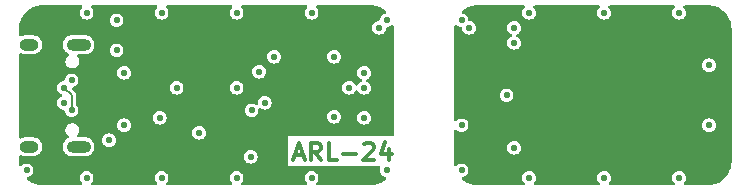
<source format=gbr>
%TF.GenerationSoftware,KiCad,Pcbnew,8.0.4+dfsg-1*%
%TF.CreationDate,2024-12-02T22:27:05+01:00*%
%TF.ProjectId,usb-serial,7573622d-7365-4726-9961-6c2e6b696361,rev?*%
%TF.SameCoordinates,Original*%
%TF.FileFunction,Copper,L2,Inr*%
%TF.FilePolarity,Positive*%
%FSLAX46Y46*%
G04 Gerber Fmt 4.6, Leading zero omitted, Abs format (unit mm)*
G04 Created by KiCad (PCBNEW 8.0.4+dfsg-1) date 2024-12-02 22:27:05*
%MOMM*%
%LPD*%
G01*
G04 APERTURE LIST*
%ADD10C,0.300000*%
%TA.AperFunction,NonConductor*%
%ADD11C,0.300000*%
%TD*%
%TA.AperFunction,ComponentPad*%
%ADD12O,2.100000X1.000000*%
%TD*%
%TA.AperFunction,ComponentPad*%
%ADD13O,1.600000X1.000000*%
%TD*%
%TA.AperFunction,ViaPad*%
%ADD14C,0.560000*%
%TD*%
%TA.AperFunction,Conductor*%
%ADD15C,0.200000*%
%TD*%
G04 APERTURE END LIST*
D10*
D11*
X23978082Y-26042257D02*
X24692368Y-26042257D01*
X23835225Y-26470828D02*
X24335225Y-24970828D01*
X24335225Y-24970828D02*
X24835225Y-26470828D01*
X26192367Y-26470828D02*
X25692367Y-25756542D01*
X25335224Y-26470828D02*
X25335224Y-24970828D01*
X25335224Y-24970828D02*
X25906653Y-24970828D01*
X25906653Y-24970828D02*
X26049510Y-25042257D01*
X26049510Y-25042257D02*
X26120939Y-25113685D01*
X26120939Y-25113685D02*
X26192367Y-25256542D01*
X26192367Y-25256542D02*
X26192367Y-25470828D01*
X26192367Y-25470828D02*
X26120939Y-25613685D01*
X26120939Y-25613685D02*
X26049510Y-25685114D01*
X26049510Y-25685114D02*
X25906653Y-25756542D01*
X25906653Y-25756542D02*
X25335224Y-25756542D01*
X27549510Y-26470828D02*
X26835224Y-26470828D01*
X26835224Y-26470828D02*
X26835224Y-24970828D01*
X28049510Y-25899400D02*
X29192368Y-25899400D01*
X29835225Y-25113685D02*
X29906653Y-25042257D01*
X29906653Y-25042257D02*
X30049511Y-24970828D01*
X30049511Y-24970828D02*
X30406653Y-24970828D01*
X30406653Y-24970828D02*
X30549511Y-25042257D01*
X30549511Y-25042257D02*
X30620939Y-25113685D01*
X30620939Y-25113685D02*
X30692368Y-25256542D01*
X30692368Y-25256542D02*
X30692368Y-25399400D01*
X30692368Y-25399400D02*
X30620939Y-25613685D01*
X30620939Y-25613685D02*
X29763796Y-26470828D01*
X29763796Y-26470828D02*
X30692368Y-26470828D01*
X31978082Y-25470828D02*
X31978082Y-26470828D01*
X31620939Y-24899400D02*
X31263796Y-25970828D01*
X31263796Y-25970828D02*
X32192367Y-25970828D01*
D12*
%TO.N,GND*%
%TO.C,USB1*%
X5670000Y-16680000D03*
D13*
X1490000Y-16680000D03*
D12*
X5670000Y-25320000D03*
D13*
X1490000Y-25320000D03*
%TD*%
D14*
%TO.N,VBUS*%
X3175000Y-15875000D03*
X15240000Y-26165000D03*
X22479000Y-22516000D03*
X20320000Y-24130000D03*
%TO.N,GND*%
X8890000Y-14605000D03*
X25400000Y-27940000D03*
X20320000Y-22225000D03*
X27305000Y-17690000D03*
X20955000Y-18960000D03*
X6350000Y-13970000D03*
X19050000Y-20320000D03*
X25400000Y-13970000D03*
X8255000Y-24765000D03*
X31750000Y-14605000D03*
X31115000Y-15240000D03*
X19050000Y-27940000D03*
X6350000Y-27940000D03*
X12700000Y-27940000D03*
X8890000Y-17145000D03*
X19050000Y-13970000D03*
X31750000Y-27305000D03*
X22225000Y-17690000D03*
X27305000Y-22770000D03*
X1270000Y-27305000D03*
X20254000Y-26165000D03*
X12538946Y-22860000D03*
X15875000Y-24130000D03*
X29845000Y-22860000D03*
X12700000Y-13970000D03*
%TO.N,Net-(USB1-DP1)*%
X5080000Y-22225000D03*
X4445000Y-20320000D03*
%TO.N,Net-(USB1-DN1)*%
X5080000Y-19685000D03*
X4445000Y-21590000D03*
%TO.N,VDD*%
X40005000Y-19050000D03*
X51435000Y-23955000D03*
X41910000Y-18955000D03*
%TO.N,GND1*%
X38100000Y-23495000D03*
X38100000Y-27305000D03*
X50165000Y-13970000D03*
X41910000Y-20955000D03*
X59055000Y-18415000D03*
X43815000Y-27940000D03*
X38735000Y-15240000D03*
X38100000Y-14605000D03*
X59055000Y-23495000D03*
X42545000Y-16510000D03*
X50165000Y-27940000D03*
X42545000Y-25400000D03*
X56515000Y-13970000D03*
X42545000Y-15240000D03*
X56515000Y-27940000D03*
X43815000Y-13970000D03*
%TO.N,Net-(U3-VBUS)*%
X9525000Y-23495000D03*
X9525000Y-19050000D03*
X13970000Y-20320000D03*
%TO.N,+3V3*%
X29845000Y-19050000D03*
X21442589Y-21576327D03*
%TO.N,Net-(U1-OUT1)*%
X28575000Y-20320000D03*
X29845000Y-20320000D03*
%TD*%
D15*
%TO.N,Net-(USB1-DP1)*%
X5080000Y-22225000D02*
X5080000Y-20955000D01*
X5080000Y-20955000D02*
X4445000Y-20320000D01*
%TD*%
%TA.AperFunction,Conductor*%
%TO.N,VBUS*%
G36*
X5925721Y-13354685D02*
G01*
X5971476Y-13407489D01*
X5981420Y-13476647D01*
X5952395Y-13540203D01*
X5941465Y-13550500D01*
X5935982Y-13555983D01*
X5842934Y-13677244D01*
X5842932Y-13677247D01*
X5784443Y-13818455D01*
X5784442Y-13818459D01*
X5764491Y-13970000D01*
X5773633Y-14039443D01*
X5784442Y-14121540D01*
X5784443Y-14121544D01*
X5842933Y-14262753D01*
X5842934Y-14262756D01*
X5935982Y-14384017D01*
X6057243Y-14477065D01*
X6057244Y-14477065D01*
X6057245Y-14477066D01*
X6198459Y-14535558D01*
X6350000Y-14555509D01*
X6501541Y-14535558D01*
X6642755Y-14477066D01*
X6764017Y-14384017D01*
X6857066Y-14262755D01*
X6915558Y-14121541D01*
X6935509Y-13970000D01*
X6915558Y-13818459D01*
X6882966Y-13739774D01*
X6857067Y-13677247D01*
X6857065Y-13677244D01*
X6764015Y-13555980D01*
X6758267Y-13550232D01*
X6759625Y-13548874D01*
X6724630Y-13500948D01*
X6720475Y-13431202D01*
X6754687Y-13370282D01*
X6816404Y-13337529D01*
X6841319Y-13335000D01*
X12208682Y-13335000D01*
X12275721Y-13354685D01*
X12321476Y-13407489D01*
X12331420Y-13476647D01*
X12302395Y-13540203D01*
X12291465Y-13550500D01*
X12285982Y-13555983D01*
X12192934Y-13677244D01*
X12192932Y-13677247D01*
X12134443Y-13818455D01*
X12134442Y-13818459D01*
X12114491Y-13970000D01*
X12123633Y-14039443D01*
X12134442Y-14121540D01*
X12134443Y-14121544D01*
X12192933Y-14262753D01*
X12192934Y-14262756D01*
X12285982Y-14384017D01*
X12407243Y-14477065D01*
X12407244Y-14477065D01*
X12407245Y-14477066D01*
X12548459Y-14535558D01*
X12700000Y-14555509D01*
X12851541Y-14535558D01*
X12992755Y-14477066D01*
X13114017Y-14384017D01*
X13207066Y-14262755D01*
X13265558Y-14121541D01*
X13285509Y-13970000D01*
X13265558Y-13818459D01*
X13232966Y-13739774D01*
X13207067Y-13677247D01*
X13207065Y-13677244D01*
X13114015Y-13555980D01*
X13108267Y-13550232D01*
X13109625Y-13548874D01*
X13074630Y-13500948D01*
X13070475Y-13431202D01*
X13104687Y-13370282D01*
X13166404Y-13337529D01*
X13191319Y-13335000D01*
X18558682Y-13335000D01*
X18625721Y-13354685D01*
X18671476Y-13407489D01*
X18681420Y-13476647D01*
X18652395Y-13540203D01*
X18641465Y-13550500D01*
X18635982Y-13555983D01*
X18542934Y-13677244D01*
X18542932Y-13677247D01*
X18484443Y-13818455D01*
X18484442Y-13818459D01*
X18464491Y-13970000D01*
X18473633Y-14039443D01*
X18484442Y-14121540D01*
X18484443Y-14121544D01*
X18542933Y-14262753D01*
X18542934Y-14262756D01*
X18635982Y-14384017D01*
X18757243Y-14477065D01*
X18757244Y-14477065D01*
X18757245Y-14477066D01*
X18898459Y-14535558D01*
X19050000Y-14555509D01*
X19201541Y-14535558D01*
X19342755Y-14477066D01*
X19464017Y-14384017D01*
X19557066Y-14262755D01*
X19615558Y-14121541D01*
X19635509Y-13970000D01*
X19615558Y-13818459D01*
X19582966Y-13739774D01*
X19557067Y-13677247D01*
X19557065Y-13677244D01*
X19464015Y-13555980D01*
X19458267Y-13550232D01*
X19459625Y-13548874D01*
X19424630Y-13500948D01*
X19420475Y-13431202D01*
X19454687Y-13370282D01*
X19516404Y-13337529D01*
X19541319Y-13335000D01*
X24908682Y-13335000D01*
X24975721Y-13354685D01*
X25021476Y-13407489D01*
X25031420Y-13476647D01*
X25002395Y-13540203D01*
X24991465Y-13550500D01*
X24985982Y-13555983D01*
X24892934Y-13677244D01*
X24892932Y-13677247D01*
X24834443Y-13818455D01*
X24834442Y-13818459D01*
X24814491Y-13970000D01*
X24823633Y-14039443D01*
X24834442Y-14121540D01*
X24834443Y-14121544D01*
X24892933Y-14262753D01*
X24892934Y-14262756D01*
X24985982Y-14384017D01*
X25107243Y-14477065D01*
X25107244Y-14477065D01*
X25107245Y-14477066D01*
X25248459Y-14535558D01*
X25400000Y-14555509D01*
X25551541Y-14535558D01*
X25692755Y-14477066D01*
X25814017Y-14384017D01*
X25907066Y-14262755D01*
X25965558Y-14121541D01*
X25985509Y-13970000D01*
X25965558Y-13818459D01*
X25932966Y-13739774D01*
X25907067Y-13677247D01*
X25907065Y-13677244D01*
X25814015Y-13555980D01*
X25808267Y-13550232D01*
X25809625Y-13548874D01*
X25774630Y-13500948D01*
X25770475Y-13431202D01*
X25804687Y-13370282D01*
X25866404Y-13337529D01*
X25891319Y-13335000D01*
X30380572Y-13335000D01*
X30389418Y-13335316D01*
X30660790Y-13354724D01*
X30678291Y-13357241D01*
X30939803Y-13414129D01*
X30956762Y-13419108D01*
X31176182Y-13500948D01*
X31207524Y-13512638D01*
X31223616Y-13519987D01*
X31458501Y-13648244D01*
X31473375Y-13657802D01*
X31582876Y-13739774D01*
X31681899Y-13813903D01*
X31723770Y-13869837D01*
X31728754Y-13939529D01*
X31695269Y-14000852D01*
X31633945Y-14034336D01*
X31623775Y-14036109D01*
X31598459Y-14039442D01*
X31598455Y-14039443D01*
X31457247Y-14097932D01*
X31457244Y-14097934D01*
X31335983Y-14190982D01*
X31335982Y-14190983D01*
X31242934Y-14312244D01*
X31242932Y-14312247D01*
X31184443Y-14453455D01*
X31184442Y-14453459D01*
X31171152Y-14554400D01*
X31142885Y-14618296D01*
X31084560Y-14656766D01*
X31064400Y-14661152D01*
X30963459Y-14674442D01*
X30963455Y-14674443D01*
X30822247Y-14732932D01*
X30822244Y-14732934D01*
X30700983Y-14825982D01*
X30700982Y-14825983D01*
X30607934Y-14947244D01*
X30607932Y-14947247D01*
X30549443Y-15088455D01*
X30549442Y-15088459D01*
X30529491Y-15240000D01*
X30549442Y-15391540D01*
X30549443Y-15391544D01*
X30607933Y-15532753D01*
X30607934Y-15532756D01*
X30700982Y-15654017D01*
X30822243Y-15747065D01*
X30822244Y-15747065D01*
X30822245Y-15747066D01*
X30963459Y-15805558D01*
X31115000Y-15825509D01*
X31266541Y-15805558D01*
X31407755Y-15747066D01*
X31529017Y-15654017D01*
X31622066Y-15532755D01*
X31680558Y-15391541D01*
X31693847Y-15290600D01*
X31722114Y-15226704D01*
X31780438Y-15188233D01*
X31800599Y-15183847D01*
X31901541Y-15170558D01*
X32042755Y-15112066D01*
X32164017Y-15019017D01*
X32164017Y-15019015D01*
X32169340Y-15014932D01*
X32234508Y-14989737D01*
X32302953Y-15003775D01*
X32352944Y-15052588D01*
X32368511Y-15104461D01*
X32384684Y-15330581D01*
X32385000Y-15339427D01*
X32385000Y-24318176D01*
X32365315Y-24385215D01*
X32312511Y-24430970D01*
X32261000Y-24442176D01*
X23378000Y-24442176D01*
X23378000Y-26929155D01*
X31091773Y-26929155D01*
X31158812Y-26948840D01*
X31204567Y-27001644D01*
X31214511Y-27070802D01*
X31206335Y-27100604D01*
X31194084Y-27130179D01*
X31184444Y-27153455D01*
X31184442Y-27153459D01*
X31164491Y-27305000D01*
X31173633Y-27374443D01*
X31184442Y-27456540D01*
X31184443Y-27456544D01*
X31242933Y-27597753D01*
X31242934Y-27597756D01*
X31335982Y-27719017D01*
X31457243Y-27812065D01*
X31457244Y-27812065D01*
X31457245Y-27812066D01*
X31598459Y-27870558D01*
X31623772Y-27873890D01*
X31687668Y-27902155D01*
X31726140Y-27960479D01*
X31726973Y-28030344D01*
X31689902Y-28089568D01*
X31681899Y-28096096D01*
X31473380Y-28252193D01*
X31458496Y-28261758D01*
X31223617Y-28390011D01*
X31207524Y-28397361D01*
X30956770Y-28490888D01*
X30939794Y-28495872D01*
X30678297Y-28552757D01*
X30660785Y-28555275D01*
X30389418Y-28574684D01*
X30380572Y-28575000D01*
X25891319Y-28575000D01*
X25824280Y-28555315D01*
X25778525Y-28502511D01*
X25768581Y-28433353D01*
X25797606Y-28369797D01*
X25808535Y-28359499D01*
X25814017Y-28354017D01*
X25907065Y-28232756D01*
X25907064Y-28232756D01*
X25907066Y-28232755D01*
X25965558Y-28091541D01*
X25985509Y-27940000D01*
X25965558Y-27788459D01*
X25936794Y-27719017D01*
X25907067Y-27647247D01*
X25907065Y-27647244D01*
X25857314Y-27582409D01*
X25814017Y-27525983D01*
X25814015Y-27525982D01*
X25814015Y-27525981D01*
X25692756Y-27432934D01*
X25692753Y-27432933D01*
X25551544Y-27374443D01*
X25551542Y-27374442D01*
X25551541Y-27374442D01*
X25400000Y-27354491D01*
X25248459Y-27374442D01*
X25248455Y-27374443D01*
X25107247Y-27432932D01*
X25107244Y-27432934D01*
X24985983Y-27525982D01*
X24985982Y-27525983D01*
X24892934Y-27647244D01*
X24892932Y-27647247D01*
X24834443Y-27788455D01*
X24834442Y-27788459D01*
X24814491Y-27940000D01*
X24834442Y-28091540D01*
X24834443Y-28091544D01*
X24892933Y-28232753D01*
X24892934Y-28232756D01*
X24985982Y-28354017D01*
X24991729Y-28359764D01*
X24990371Y-28361121D01*
X25025370Y-28409052D01*
X25029525Y-28478798D01*
X24995313Y-28539718D01*
X24933596Y-28572471D01*
X24908681Y-28575000D01*
X19541319Y-28575000D01*
X19474280Y-28555315D01*
X19428525Y-28502511D01*
X19418581Y-28433353D01*
X19447606Y-28369797D01*
X19458535Y-28359499D01*
X19464017Y-28354017D01*
X19557065Y-28232756D01*
X19557064Y-28232756D01*
X19557066Y-28232755D01*
X19615558Y-28091541D01*
X19635509Y-27940000D01*
X19615558Y-27788459D01*
X19586794Y-27719017D01*
X19557067Y-27647247D01*
X19557065Y-27647244D01*
X19507314Y-27582409D01*
X19464017Y-27525983D01*
X19464015Y-27525982D01*
X19464015Y-27525981D01*
X19342756Y-27432934D01*
X19342753Y-27432933D01*
X19201544Y-27374443D01*
X19201542Y-27374442D01*
X19201541Y-27374442D01*
X19050000Y-27354491D01*
X18898459Y-27374442D01*
X18898455Y-27374443D01*
X18757247Y-27432932D01*
X18757244Y-27432934D01*
X18635983Y-27525982D01*
X18635982Y-27525983D01*
X18542934Y-27647244D01*
X18542932Y-27647247D01*
X18484443Y-27788455D01*
X18484442Y-27788459D01*
X18464491Y-27940000D01*
X18484442Y-28091540D01*
X18484443Y-28091544D01*
X18542933Y-28232753D01*
X18542934Y-28232756D01*
X18635982Y-28354017D01*
X18641729Y-28359764D01*
X18640371Y-28361121D01*
X18675370Y-28409052D01*
X18679525Y-28478798D01*
X18645313Y-28539718D01*
X18583596Y-28572471D01*
X18558681Y-28575000D01*
X13191319Y-28575000D01*
X13124280Y-28555315D01*
X13078525Y-28502511D01*
X13068581Y-28433353D01*
X13097606Y-28369797D01*
X13108535Y-28359499D01*
X13114017Y-28354017D01*
X13207065Y-28232756D01*
X13207064Y-28232756D01*
X13207066Y-28232755D01*
X13265558Y-28091541D01*
X13285509Y-27940000D01*
X13265558Y-27788459D01*
X13236794Y-27719017D01*
X13207067Y-27647247D01*
X13207065Y-27647244D01*
X13157314Y-27582409D01*
X13114017Y-27525983D01*
X13114015Y-27525982D01*
X13114015Y-27525981D01*
X12992756Y-27432934D01*
X12992753Y-27432933D01*
X12851544Y-27374443D01*
X12851542Y-27374442D01*
X12851541Y-27374442D01*
X12700000Y-27354491D01*
X12548459Y-27374442D01*
X12548455Y-27374443D01*
X12407247Y-27432932D01*
X12407244Y-27432934D01*
X12285983Y-27525982D01*
X12285982Y-27525983D01*
X12192934Y-27647244D01*
X12192932Y-27647247D01*
X12134443Y-27788455D01*
X12134442Y-27788459D01*
X12114491Y-27940000D01*
X12134442Y-28091540D01*
X12134443Y-28091544D01*
X12192933Y-28232753D01*
X12192934Y-28232756D01*
X12285982Y-28354017D01*
X12291729Y-28359764D01*
X12290371Y-28361121D01*
X12325370Y-28409052D01*
X12329525Y-28478798D01*
X12295313Y-28539718D01*
X12233596Y-28572471D01*
X12208681Y-28575000D01*
X6841319Y-28575000D01*
X6774280Y-28555315D01*
X6728525Y-28502511D01*
X6718581Y-28433353D01*
X6747606Y-28369797D01*
X6758535Y-28359499D01*
X6764017Y-28354017D01*
X6857065Y-28232756D01*
X6857064Y-28232756D01*
X6857066Y-28232755D01*
X6915558Y-28091541D01*
X6935509Y-27940000D01*
X6915558Y-27788459D01*
X6886794Y-27719017D01*
X6857067Y-27647247D01*
X6857065Y-27647244D01*
X6807314Y-27582409D01*
X6764017Y-27525983D01*
X6764015Y-27525982D01*
X6764015Y-27525981D01*
X6642756Y-27432934D01*
X6642753Y-27432933D01*
X6501544Y-27374443D01*
X6501542Y-27374442D01*
X6501541Y-27374442D01*
X6350000Y-27354491D01*
X6198459Y-27374442D01*
X6198455Y-27374443D01*
X6057247Y-27432932D01*
X6057244Y-27432934D01*
X5935983Y-27525982D01*
X5935982Y-27525983D01*
X5842934Y-27647244D01*
X5842932Y-27647247D01*
X5784443Y-27788455D01*
X5784442Y-27788459D01*
X5764491Y-27940000D01*
X5784442Y-28091540D01*
X5784443Y-28091544D01*
X5842933Y-28232753D01*
X5842934Y-28232756D01*
X5935982Y-28354017D01*
X5941729Y-28359764D01*
X5940371Y-28361121D01*
X5975370Y-28409052D01*
X5979525Y-28478798D01*
X5945313Y-28539718D01*
X5883596Y-28572471D01*
X5858681Y-28575000D01*
X2639428Y-28575000D01*
X2630582Y-28574684D01*
X2359214Y-28555275D01*
X2341702Y-28552757D01*
X2080205Y-28495872D01*
X2063229Y-28490888D01*
X1812475Y-28397361D01*
X1796382Y-28390011D01*
X1561503Y-28261758D01*
X1546619Y-28252193D01*
X1520654Y-28232756D01*
X1490245Y-28209991D01*
X1338100Y-28096096D01*
X1296229Y-28040162D01*
X1291245Y-27970470D01*
X1324730Y-27909147D01*
X1386054Y-27875663D01*
X1396214Y-27873892D01*
X1421541Y-27870558D01*
X1562755Y-27812066D01*
X1684017Y-27719017D01*
X1777066Y-27597755D01*
X1835558Y-27456541D01*
X1855509Y-27305000D01*
X1835558Y-27153459D01*
X1801321Y-27070802D01*
X1777067Y-27012247D01*
X1777065Y-27012244D01*
X1727314Y-26947409D01*
X1684017Y-26890983D01*
X1684015Y-26890982D01*
X1684015Y-26890981D01*
X1562756Y-26797934D01*
X1562753Y-26797933D01*
X1421544Y-26739443D01*
X1421542Y-26739442D01*
X1421541Y-26739442D01*
X1270000Y-26719491D01*
X1118459Y-26739442D01*
X1118455Y-26739443D01*
X977248Y-26797932D01*
X967335Y-26805539D01*
X855983Y-26890983D01*
X855981Y-26890984D01*
X850659Y-26895069D01*
X785490Y-26920263D01*
X717045Y-26906225D01*
X667055Y-26857411D01*
X651488Y-26805539D01*
X646125Y-26730557D01*
X635316Y-26579418D01*
X635000Y-26570572D01*
X635000Y-26165000D01*
X19668491Y-26165000D01*
X19688442Y-26316540D01*
X19688443Y-26316544D01*
X19746933Y-26457753D01*
X19746934Y-26457756D01*
X19839982Y-26579017D01*
X19961243Y-26672065D01*
X19961244Y-26672065D01*
X19961245Y-26672066D01*
X20102459Y-26730558D01*
X20254000Y-26750509D01*
X20405541Y-26730558D01*
X20546755Y-26672066D01*
X20668017Y-26579017D01*
X20761066Y-26457755D01*
X20819558Y-26316541D01*
X20839509Y-26165000D01*
X20819558Y-26013459D01*
X20797949Y-25961292D01*
X20761067Y-25872247D01*
X20761065Y-25872244D01*
X20668015Y-25750981D01*
X20546756Y-25657934D01*
X20546753Y-25657933D01*
X20405544Y-25599443D01*
X20405542Y-25599442D01*
X20405541Y-25599442D01*
X20254000Y-25579491D01*
X20102459Y-25599442D01*
X20102455Y-25599443D01*
X19961247Y-25657932D01*
X19961244Y-25657934D01*
X19839983Y-25750982D01*
X19839982Y-25750983D01*
X19746934Y-25872244D01*
X19746932Y-25872247D01*
X19688443Y-26013455D01*
X19688442Y-26013459D01*
X19668491Y-26165000D01*
X635000Y-26165000D01*
X635000Y-26142145D01*
X654685Y-26075106D01*
X707489Y-26029351D01*
X776647Y-26019407D01*
X806453Y-26027584D01*
X810818Y-26029392D01*
X810821Y-26029394D01*
X956503Y-26089737D01*
X1111153Y-26120499D01*
X1111156Y-26120500D01*
X1111158Y-26120500D01*
X1868844Y-26120500D01*
X1868845Y-26120499D01*
X2023497Y-26089737D01*
X2169179Y-26029394D01*
X2300289Y-25941789D01*
X2411789Y-25830289D01*
X2499394Y-25699179D01*
X2559737Y-25553497D01*
X2590500Y-25398842D01*
X2590500Y-25241158D01*
X2590500Y-25241155D01*
X2590499Y-25241153D01*
X4319500Y-25241153D01*
X4319500Y-25398846D01*
X4350261Y-25553489D01*
X4350264Y-25553501D01*
X4410602Y-25699172D01*
X4410609Y-25699185D01*
X4498210Y-25830288D01*
X4498213Y-25830292D01*
X4609707Y-25941786D01*
X4609711Y-25941789D01*
X4740814Y-26029390D01*
X4740827Y-26029397D01*
X4851180Y-26075106D01*
X4886503Y-26089737D01*
X5041153Y-26120499D01*
X5041156Y-26120500D01*
X5041158Y-26120500D01*
X6298844Y-26120500D01*
X6298845Y-26120499D01*
X6453497Y-26089737D01*
X6599179Y-26029394D01*
X6730289Y-25941789D01*
X6841789Y-25830289D01*
X6929394Y-25699179D01*
X6989737Y-25553497D01*
X7020500Y-25398842D01*
X7020500Y-25241158D01*
X7020500Y-25241155D01*
X7020499Y-25241153D01*
X6989738Y-25086510D01*
X6989737Y-25086503D01*
X6977829Y-25057755D01*
X6929397Y-24940827D01*
X6929390Y-24940814D01*
X6841789Y-24809711D01*
X6841786Y-24809707D01*
X6797079Y-24765000D01*
X7669491Y-24765000D01*
X7689442Y-24916540D01*
X7689443Y-24916544D01*
X7747933Y-25057753D01*
X7747934Y-25057756D01*
X7840982Y-25179017D01*
X7962243Y-25272065D01*
X7962244Y-25272065D01*
X7962245Y-25272066D01*
X8103459Y-25330558D01*
X8255000Y-25350509D01*
X8406541Y-25330558D01*
X8547755Y-25272066D01*
X8669017Y-25179017D01*
X8762066Y-25057755D01*
X8820558Y-24916541D01*
X8840509Y-24765000D01*
X8820558Y-24613459D01*
X8781639Y-24519500D01*
X8762067Y-24472247D01*
X8762065Y-24472244D01*
X8669015Y-24350981D01*
X8547756Y-24257934D01*
X8547753Y-24257933D01*
X8406544Y-24199443D01*
X8406542Y-24199442D01*
X8406541Y-24199442D01*
X8255000Y-24179491D01*
X8103459Y-24199442D01*
X8103455Y-24199443D01*
X7962247Y-24257932D01*
X7962244Y-24257934D01*
X7840983Y-24350982D01*
X7840982Y-24350983D01*
X7747934Y-24472244D01*
X7747932Y-24472247D01*
X7689443Y-24613455D01*
X7689442Y-24613459D01*
X7669491Y-24765000D01*
X6797079Y-24765000D01*
X6730292Y-24698213D01*
X6730288Y-24698210D01*
X6599185Y-24610609D01*
X6599172Y-24610602D01*
X6453501Y-24550264D01*
X6453489Y-24550261D01*
X6298845Y-24519500D01*
X6298842Y-24519500D01*
X5623742Y-24519500D01*
X5556703Y-24499815D01*
X5510948Y-24447011D01*
X5501004Y-24377853D01*
X5530029Y-24314297D01*
X5536061Y-24307819D01*
X5562340Y-24281540D01*
X5600515Y-24243365D01*
X5665967Y-24130000D01*
X15289491Y-24130000D01*
X15298633Y-24199443D01*
X15309442Y-24281540D01*
X15309443Y-24281544D01*
X15367933Y-24422753D01*
X15367934Y-24422756D01*
X15460982Y-24544017D01*
X15582243Y-24637065D01*
X15582244Y-24637065D01*
X15582245Y-24637066D01*
X15723459Y-24695558D01*
X15875000Y-24715509D01*
X16026541Y-24695558D01*
X16167755Y-24637066D01*
X16289017Y-24544017D01*
X16382066Y-24422755D01*
X16440558Y-24281541D01*
X16460509Y-24130000D01*
X16440558Y-23978459D01*
X16411794Y-23909017D01*
X16382067Y-23837247D01*
X16382065Y-23837244D01*
X16289015Y-23715981D01*
X16167756Y-23622934D01*
X16167753Y-23622933D01*
X16026544Y-23564443D01*
X16026542Y-23564442D01*
X16026541Y-23564442D01*
X15875000Y-23544491D01*
X15723459Y-23564442D01*
X15723455Y-23564443D01*
X15582247Y-23622932D01*
X15582244Y-23622934D01*
X15460983Y-23715982D01*
X15460982Y-23715983D01*
X15367934Y-23837244D01*
X15367932Y-23837247D01*
X15309443Y-23978455D01*
X15309442Y-23978459D01*
X15289491Y-24130000D01*
X5665967Y-24130000D01*
X5676281Y-24112135D01*
X5715500Y-23965766D01*
X5715500Y-23814234D01*
X5676281Y-23667865D01*
X5600515Y-23536635D01*
X5558880Y-23495000D01*
X8939491Y-23495000D01*
X8948633Y-23564443D01*
X8959442Y-23646540D01*
X8959443Y-23646544D01*
X9017933Y-23787753D01*
X9017934Y-23787756D01*
X9110982Y-23909017D01*
X9232243Y-24002065D01*
X9232244Y-24002065D01*
X9232245Y-24002066D01*
X9373459Y-24060558D01*
X9525000Y-24080509D01*
X9676541Y-24060558D01*
X9817755Y-24002066D01*
X9939017Y-23909017D01*
X10032066Y-23787755D01*
X10090558Y-23646541D01*
X10110509Y-23495000D01*
X10090558Y-23343459D01*
X10061794Y-23274017D01*
X10032067Y-23202247D01*
X10032065Y-23202244D01*
X9939015Y-23080981D01*
X9817756Y-22987934D01*
X9817753Y-22987933D01*
X9676544Y-22929443D01*
X9676542Y-22929442D01*
X9676541Y-22929442D01*
X9525000Y-22909491D01*
X9373459Y-22929442D01*
X9373455Y-22929443D01*
X9232247Y-22987932D01*
X9232244Y-22987934D01*
X9110983Y-23080982D01*
X9110982Y-23080983D01*
X9017934Y-23202244D01*
X9017932Y-23202247D01*
X8959443Y-23343455D01*
X8959442Y-23343459D01*
X8939491Y-23495000D01*
X5558880Y-23495000D01*
X5493365Y-23429485D01*
X5385251Y-23367065D01*
X5362136Y-23353719D01*
X5288950Y-23334109D01*
X5215766Y-23314500D01*
X5064234Y-23314500D01*
X4917863Y-23353719D01*
X4786635Y-23429485D01*
X4786632Y-23429487D01*
X4679487Y-23536632D01*
X4679485Y-23536635D01*
X4603719Y-23667863D01*
X4590826Y-23715982D01*
X4564500Y-23814234D01*
X4564500Y-23965766D01*
X4584109Y-24038950D01*
X4603719Y-24112136D01*
X4614033Y-24130000D01*
X4679485Y-24243365D01*
X4786635Y-24350515D01*
X4812041Y-24365183D01*
X4860256Y-24415750D01*
X4873480Y-24484357D01*
X4847512Y-24549221D01*
X4797494Y-24587131D01*
X4740824Y-24610604D01*
X4740814Y-24610609D01*
X4609711Y-24698210D01*
X4609707Y-24698213D01*
X4498213Y-24809707D01*
X4498210Y-24809711D01*
X4410609Y-24940814D01*
X4410602Y-24940827D01*
X4350264Y-25086498D01*
X4350261Y-25086510D01*
X4319500Y-25241153D01*
X2590499Y-25241153D01*
X2559738Y-25086510D01*
X2559737Y-25086503D01*
X2547829Y-25057755D01*
X2499397Y-24940827D01*
X2499390Y-24940814D01*
X2411789Y-24809711D01*
X2411786Y-24809707D01*
X2300292Y-24698213D01*
X2300288Y-24698210D01*
X2169185Y-24610609D01*
X2169172Y-24610602D01*
X2023501Y-24550264D01*
X2023489Y-24550261D01*
X1868845Y-24519500D01*
X1868842Y-24519500D01*
X1111158Y-24519500D01*
X1111155Y-24519500D01*
X956510Y-24550261D01*
X956498Y-24550264D01*
X806452Y-24612415D01*
X736983Y-24619884D01*
X674504Y-24588608D01*
X638852Y-24528519D01*
X635000Y-24497854D01*
X635000Y-22860000D01*
X11953437Y-22860000D01*
X11962579Y-22929443D01*
X11973388Y-23011540D01*
X11973389Y-23011544D01*
X12031879Y-23152753D01*
X12031880Y-23152756D01*
X12124928Y-23274017D01*
X12246189Y-23367065D01*
X12246190Y-23367065D01*
X12246191Y-23367066D01*
X12387405Y-23425558D01*
X12538946Y-23445509D01*
X12690487Y-23425558D01*
X12831701Y-23367066D01*
X12952963Y-23274017D01*
X13046012Y-23152755D01*
X13104504Y-23011541D01*
X13124455Y-22860000D01*
X13104504Y-22708459D01*
X13067225Y-22618459D01*
X13046013Y-22567247D01*
X13046011Y-22567244D01*
X12976952Y-22477246D01*
X12952963Y-22445983D01*
X12952961Y-22445982D01*
X12952961Y-22445981D01*
X12831702Y-22352934D01*
X12831699Y-22352933D01*
X12690490Y-22294443D01*
X12690488Y-22294442D01*
X12690487Y-22294442D01*
X12538946Y-22274491D01*
X12387405Y-22294442D01*
X12387401Y-22294443D01*
X12246193Y-22352932D01*
X12246190Y-22352934D01*
X12124929Y-22445982D01*
X12124928Y-22445983D01*
X12031880Y-22567244D01*
X12031878Y-22567247D01*
X11973389Y-22708455D01*
X11973388Y-22708459D01*
X11953437Y-22860000D01*
X635000Y-22860000D01*
X635000Y-20320000D01*
X3859491Y-20320000D01*
X3879442Y-20471540D01*
X3879443Y-20471544D01*
X3937933Y-20612753D01*
X3937934Y-20612756D01*
X4030982Y-20734017D01*
X4152243Y-20827065D01*
X4152246Y-20827067D01*
X4184530Y-20840439D01*
X4238934Y-20884280D01*
X4260999Y-20950574D01*
X4243720Y-21018273D01*
X4192583Y-21065884D01*
X4184531Y-21069561D01*
X4152245Y-21082934D01*
X4152244Y-21082934D01*
X4030983Y-21175982D01*
X4030982Y-21175983D01*
X3937934Y-21297244D01*
X3937932Y-21297247D01*
X3879443Y-21438455D01*
X3879442Y-21438459D01*
X3859491Y-21590000D01*
X3868633Y-21659443D01*
X3879442Y-21741540D01*
X3879443Y-21741544D01*
X3937933Y-21882753D01*
X3937934Y-21882756D01*
X4030982Y-22004017D01*
X4152243Y-22097065D01*
X4152244Y-22097065D01*
X4152245Y-22097066D01*
X4293459Y-22155558D01*
X4394399Y-22168847D01*
X4458295Y-22197114D01*
X4496766Y-22255438D01*
X4501152Y-22275599D01*
X4514442Y-22376540D01*
X4514443Y-22376544D01*
X4572933Y-22517753D01*
X4572934Y-22517756D01*
X4665982Y-22639017D01*
X4787243Y-22732065D01*
X4787244Y-22732065D01*
X4787245Y-22732066D01*
X4928459Y-22790558D01*
X5080000Y-22810509D01*
X5231541Y-22790558D01*
X5372755Y-22732066D01*
X5494017Y-22639017D01*
X5587066Y-22517755D01*
X5645558Y-22376541D01*
X5665509Y-22225000D01*
X19734491Y-22225000D01*
X19751735Y-22355983D01*
X19754442Y-22376540D01*
X19754443Y-22376544D01*
X19812933Y-22517753D01*
X19812934Y-22517756D01*
X19905982Y-22639017D01*
X20027243Y-22732065D01*
X20027244Y-22732065D01*
X20027245Y-22732066D01*
X20168459Y-22790558D01*
X20320000Y-22810509D01*
X20471541Y-22790558D01*
X20521173Y-22770000D01*
X26719491Y-22770000D01*
X26739442Y-22921540D01*
X26739443Y-22921544D01*
X26797933Y-23062753D01*
X26797934Y-23062756D01*
X26890982Y-23184017D01*
X27012243Y-23277065D01*
X27012244Y-23277065D01*
X27012245Y-23277066D01*
X27153459Y-23335558D01*
X27305000Y-23355509D01*
X27456541Y-23335558D01*
X27597755Y-23277066D01*
X27719017Y-23184017D01*
X27812066Y-23062755D01*
X27870558Y-22921541D01*
X27878660Y-22860000D01*
X29259491Y-22860000D01*
X29268633Y-22929443D01*
X29279442Y-23011540D01*
X29279443Y-23011544D01*
X29337933Y-23152753D01*
X29337934Y-23152756D01*
X29430982Y-23274017D01*
X29552243Y-23367065D01*
X29552244Y-23367065D01*
X29552245Y-23367066D01*
X29693459Y-23425558D01*
X29845000Y-23445509D01*
X29996541Y-23425558D01*
X30137755Y-23367066D01*
X30259017Y-23274017D01*
X30352066Y-23152755D01*
X30410558Y-23011541D01*
X30430509Y-22860000D01*
X30410558Y-22708459D01*
X30373279Y-22618459D01*
X30352067Y-22567247D01*
X30352065Y-22567244D01*
X30283006Y-22477246D01*
X30259017Y-22445983D01*
X30259015Y-22445982D01*
X30259015Y-22445981D01*
X30137756Y-22352934D01*
X30137753Y-22352933D01*
X29996544Y-22294443D01*
X29996542Y-22294442D01*
X29996541Y-22294442D01*
X29845000Y-22274491D01*
X29693459Y-22294442D01*
X29693455Y-22294443D01*
X29552247Y-22352932D01*
X29552244Y-22352934D01*
X29430983Y-22445982D01*
X29430982Y-22445983D01*
X29337934Y-22567244D01*
X29337932Y-22567247D01*
X29279443Y-22708455D01*
X29279442Y-22708459D01*
X29259491Y-22860000D01*
X27878660Y-22860000D01*
X27890509Y-22770000D01*
X27870558Y-22618459D01*
X27828846Y-22517756D01*
X27812067Y-22477247D01*
X27812065Y-22477244D01*
X27719015Y-22355981D01*
X27597756Y-22262934D01*
X27597753Y-22262933D01*
X27456544Y-22204443D01*
X27456542Y-22204442D01*
X27456541Y-22204442D01*
X27305000Y-22184491D01*
X27153459Y-22204442D01*
X27153455Y-22204443D01*
X27012247Y-22262932D01*
X27012244Y-22262934D01*
X26890983Y-22355982D01*
X26890982Y-22355983D01*
X26797934Y-22477244D01*
X26797932Y-22477247D01*
X26739443Y-22618455D01*
X26739442Y-22618459D01*
X26719491Y-22770000D01*
X20521173Y-22770000D01*
X20612755Y-22732066D01*
X20734017Y-22639017D01*
X20827066Y-22517755D01*
X20885558Y-22376541D01*
X20905509Y-22225000D01*
X20896390Y-22155736D01*
X20907155Y-22086701D01*
X20953535Y-22034446D01*
X21020804Y-22015560D01*
X21087605Y-22036040D01*
X21094816Y-22041176D01*
X21149832Y-22083392D01*
X21149833Y-22083392D01*
X21149834Y-22083393D01*
X21291048Y-22141885D01*
X21442589Y-22161836D01*
X21594130Y-22141885D01*
X21735344Y-22083393D01*
X21856606Y-21990344D01*
X21949655Y-21869082D01*
X22008147Y-21727868D01*
X22028098Y-21576327D01*
X22008147Y-21424786D01*
X21955318Y-21297244D01*
X21949656Y-21283574D01*
X21949654Y-21283571D01*
X21899903Y-21218736D01*
X21856606Y-21162310D01*
X21856604Y-21162309D01*
X21856604Y-21162308D01*
X21735345Y-21069261D01*
X21735342Y-21069260D01*
X21594133Y-21010770D01*
X21594131Y-21010769D01*
X21594130Y-21010769D01*
X21442589Y-20990818D01*
X21291048Y-21010769D01*
X21291044Y-21010770D01*
X21149836Y-21069259D01*
X21149833Y-21069261D01*
X21028572Y-21162309D01*
X21028571Y-21162310D01*
X20935523Y-21283571D01*
X20935521Y-21283574D01*
X20877032Y-21424782D01*
X20877031Y-21424786D01*
X20857080Y-21576327D01*
X20857080Y-21576329D01*
X20866198Y-21645591D01*
X20855432Y-21714626D01*
X20809052Y-21766881D01*
X20741783Y-21785766D01*
X20674982Y-21765285D01*
X20667772Y-21760151D01*
X20643523Y-21741544D01*
X20612755Y-21717934D01*
X20612754Y-21717933D01*
X20612752Y-21717932D01*
X20471544Y-21659443D01*
X20471542Y-21659442D01*
X20471541Y-21659442D01*
X20320000Y-21639491D01*
X20168459Y-21659442D01*
X20168455Y-21659443D01*
X20027247Y-21717932D01*
X20027244Y-21717934D01*
X19905983Y-21810982D01*
X19905982Y-21810983D01*
X19812934Y-21932244D01*
X19812932Y-21932247D01*
X19754443Y-22073455D01*
X19754442Y-22073459D01*
X19734491Y-22225000D01*
X5665509Y-22225000D01*
X5645558Y-22073459D01*
X5587066Y-21932246D01*
X5506123Y-21826760D01*
X5480930Y-21761593D01*
X5480500Y-21751275D01*
X5480500Y-21017729D01*
X5480501Y-21017716D01*
X5480501Y-20902274D01*
X5476022Y-20885557D01*
X5453207Y-20800413D01*
X5414873Y-20734017D01*
X5400480Y-20709087D01*
X5325913Y-20634520D01*
X5325912Y-20634519D01*
X5321593Y-20630200D01*
X5321581Y-20630189D01*
X5153438Y-20462045D01*
X5119955Y-20400724D01*
X5124939Y-20331032D01*
X5133198Y-20320000D01*
X13384491Y-20320000D01*
X13404442Y-20471540D01*
X13404443Y-20471544D01*
X13462933Y-20612753D01*
X13462934Y-20612756D01*
X13555982Y-20734017D01*
X13677243Y-20827065D01*
X13677244Y-20827065D01*
X13677245Y-20827066D01*
X13818459Y-20885558D01*
X13970000Y-20905509D01*
X14121541Y-20885558D01*
X14262755Y-20827066D01*
X14384017Y-20734017D01*
X14477066Y-20612755D01*
X14535558Y-20471541D01*
X14555509Y-20320000D01*
X18464491Y-20320000D01*
X18484442Y-20471540D01*
X18484443Y-20471544D01*
X18542933Y-20612753D01*
X18542934Y-20612756D01*
X18635982Y-20734017D01*
X18757243Y-20827065D01*
X18757244Y-20827065D01*
X18757245Y-20827066D01*
X18898459Y-20885558D01*
X19050000Y-20905509D01*
X19201541Y-20885558D01*
X19342755Y-20827066D01*
X19464017Y-20734017D01*
X19557066Y-20612755D01*
X19615558Y-20471541D01*
X19635509Y-20320000D01*
X27989491Y-20320000D01*
X28009442Y-20471540D01*
X28009443Y-20471544D01*
X28067933Y-20612753D01*
X28067934Y-20612756D01*
X28160982Y-20734017D01*
X28282243Y-20827065D01*
X28282244Y-20827065D01*
X28282245Y-20827066D01*
X28423459Y-20885558D01*
X28575000Y-20905509D01*
X28726541Y-20885558D01*
X28867755Y-20827066D01*
X28989017Y-20734017D01*
X29082066Y-20612755D01*
X29095439Y-20580468D01*
X29139279Y-20526066D01*
X29205572Y-20504000D01*
X29273272Y-20521278D01*
X29320883Y-20572415D01*
X29324554Y-20580453D01*
X29337934Y-20612755D01*
X29337935Y-20612756D01*
X29430982Y-20734017D01*
X29552243Y-20827065D01*
X29552244Y-20827065D01*
X29552245Y-20827066D01*
X29693459Y-20885558D01*
X29845000Y-20905509D01*
X29996541Y-20885558D01*
X30137755Y-20827066D01*
X30259017Y-20734017D01*
X30352066Y-20612755D01*
X30410558Y-20471541D01*
X30430509Y-20320000D01*
X30410558Y-20168459D01*
X30365439Y-20059531D01*
X30352067Y-20027247D01*
X30352065Y-20027244D01*
X30259015Y-19905981D01*
X30137756Y-19812935D01*
X30137755Y-19812934D01*
X30105468Y-19799560D01*
X30051066Y-19755721D01*
X30029000Y-19689428D01*
X30046278Y-19621728D01*
X30097415Y-19574117D01*
X30105453Y-19570445D01*
X30137755Y-19557066D01*
X30259017Y-19464017D01*
X30352066Y-19342755D01*
X30410558Y-19201541D01*
X30430509Y-19050000D01*
X30410558Y-18898459D01*
X30373279Y-18808459D01*
X30352067Y-18757247D01*
X30352065Y-18757244D01*
X30283006Y-18667246D01*
X30259017Y-18635983D01*
X30259015Y-18635982D01*
X30259015Y-18635981D01*
X30137756Y-18542934D01*
X30137753Y-18542933D01*
X29996544Y-18484443D01*
X29996542Y-18484442D01*
X29996541Y-18484442D01*
X29845000Y-18464491D01*
X29693459Y-18484442D01*
X29693455Y-18484443D01*
X29552247Y-18542932D01*
X29552244Y-18542934D01*
X29430983Y-18635982D01*
X29430982Y-18635983D01*
X29337934Y-18757244D01*
X29337932Y-18757247D01*
X29279443Y-18898455D01*
X29279442Y-18898459D01*
X29259491Y-19050000D01*
X29268633Y-19119443D01*
X29279442Y-19201540D01*
X29279443Y-19201544D01*
X29337933Y-19342753D01*
X29337934Y-19342756D01*
X29430982Y-19464017D01*
X29552243Y-19557065D01*
X29552246Y-19557067D01*
X29584530Y-19570439D01*
X29638934Y-19614280D01*
X29660999Y-19680574D01*
X29643720Y-19748273D01*
X29592583Y-19795884D01*
X29584531Y-19799561D01*
X29552245Y-19812934D01*
X29552244Y-19812934D01*
X29430983Y-19905982D01*
X29430982Y-19905983D01*
X29337934Y-20027244D01*
X29337934Y-20027245D01*
X29324561Y-20059531D01*
X29280720Y-20113934D01*
X29214425Y-20135999D01*
X29146726Y-20118719D01*
X29099116Y-20067582D01*
X29095439Y-20059531D01*
X29082066Y-20027247D01*
X29082066Y-20027246D01*
X29082065Y-20027244D01*
X28989015Y-19905981D01*
X28867756Y-19812934D01*
X28867753Y-19812933D01*
X28726544Y-19754443D01*
X28726542Y-19754442D01*
X28726541Y-19754442D01*
X28575000Y-19734491D01*
X28423459Y-19754442D01*
X28423455Y-19754443D01*
X28282247Y-19812932D01*
X28282244Y-19812934D01*
X28160983Y-19905982D01*
X28160982Y-19905983D01*
X28067934Y-20027244D01*
X28067932Y-20027247D01*
X28009443Y-20168455D01*
X28009442Y-20168459D01*
X27989491Y-20320000D01*
X19635509Y-20320000D01*
X19615558Y-20168459D01*
X19570439Y-20059531D01*
X19557067Y-20027247D01*
X19557065Y-20027244D01*
X19464015Y-19905981D01*
X19342756Y-19812934D01*
X19342753Y-19812933D01*
X19201544Y-19754443D01*
X19201542Y-19754442D01*
X19201541Y-19754442D01*
X19050000Y-19734491D01*
X18898459Y-19754442D01*
X18898455Y-19754443D01*
X18757247Y-19812932D01*
X18757244Y-19812934D01*
X18635983Y-19905982D01*
X18635982Y-19905983D01*
X18542934Y-20027244D01*
X18542932Y-20027247D01*
X18484443Y-20168455D01*
X18484442Y-20168459D01*
X18464491Y-20320000D01*
X14555509Y-20320000D01*
X14535558Y-20168459D01*
X14490439Y-20059531D01*
X14477067Y-20027247D01*
X14477065Y-20027244D01*
X14384015Y-19905981D01*
X14262756Y-19812934D01*
X14262753Y-19812933D01*
X14121544Y-19754443D01*
X14121542Y-19754442D01*
X14121541Y-19754442D01*
X13970000Y-19734491D01*
X13818459Y-19754442D01*
X13818455Y-19754443D01*
X13677247Y-19812932D01*
X13677244Y-19812934D01*
X13555983Y-19905982D01*
X13555982Y-19905983D01*
X13462934Y-20027244D01*
X13462932Y-20027247D01*
X13404443Y-20168455D01*
X13404442Y-20168459D01*
X13384491Y-20320000D01*
X5133198Y-20320000D01*
X5166811Y-20275099D01*
X5224934Y-20251427D01*
X5231541Y-20250558D01*
X5372755Y-20192066D01*
X5494017Y-20099017D01*
X5587066Y-19977755D01*
X5645558Y-19836541D01*
X5665509Y-19685000D01*
X5645558Y-19533459D01*
X5616794Y-19464017D01*
X5587067Y-19392247D01*
X5587065Y-19392244D01*
X5494015Y-19270981D01*
X5372756Y-19177934D01*
X5372753Y-19177933D01*
X5231544Y-19119443D01*
X5231542Y-19119442D01*
X5231541Y-19119442D01*
X5080000Y-19099491D01*
X4928459Y-19119442D01*
X4928455Y-19119443D01*
X4787247Y-19177932D01*
X4787244Y-19177934D01*
X4665983Y-19270982D01*
X4665982Y-19270983D01*
X4572934Y-19392244D01*
X4572932Y-19392247D01*
X4514443Y-19533455D01*
X4514442Y-19533459D01*
X4501152Y-19634400D01*
X4472885Y-19698296D01*
X4414560Y-19736766D01*
X4394400Y-19741152D01*
X4293459Y-19754442D01*
X4293455Y-19754443D01*
X4152247Y-19812932D01*
X4152244Y-19812934D01*
X4030983Y-19905982D01*
X4030982Y-19905983D01*
X3937934Y-20027244D01*
X3937932Y-20027247D01*
X3879443Y-20168455D01*
X3879442Y-20168459D01*
X3859491Y-20320000D01*
X635000Y-20320000D01*
X635000Y-19050000D01*
X8939491Y-19050000D01*
X8948633Y-19119443D01*
X8959442Y-19201540D01*
X8959443Y-19201544D01*
X9017933Y-19342753D01*
X9017934Y-19342756D01*
X9110982Y-19464017D01*
X9232243Y-19557065D01*
X9232244Y-19557065D01*
X9232245Y-19557066D01*
X9373459Y-19615558D01*
X9525000Y-19635509D01*
X9676541Y-19615558D01*
X9817755Y-19557066D01*
X9939017Y-19464017D01*
X10032066Y-19342755D01*
X10090558Y-19201541D01*
X10110509Y-19050000D01*
X10098660Y-18960000D01*
X20369491Y-18960000D01*
X20389442Y-19111540D01*
X20389443Y-19111544D01*
X20447933Y-19252753D01*
X20447934Y-19252756D01*
X20540982Y-19374017D01*
X20662243Y-19467065D01*
X20662244Y-19467065D01*
X20662245Y-19467066D01*
X20803459Y-19525558D01*
X20955000Y-19545509D01*
X21106541Y-19525558D01*
X21247755Y-19467066D01*
X21369017Y-19374017D01*
X21462066Y-19252755D01*
X21520558Y-19111541D01*
X21540509Y-18960000D01*
X21520558Y-18808459D01*
X21469627Y-18685499D01*
X21462067Y-18667247D01*
X21462065Y-18667244D01*
X21369015Y-18545981D01*
X21247756Y-18452934D01*
X21247753Y-18452933D01*
X21106544Y-18394443D01*
X21106542Y-18394442D01*
X21106541Y-18394442D01*
X20955000Y-18374491D01*
X20803459Y-18394442D01*
X20803455Y-18394443D01*
X20662247Y-18452932D01*
X20662244Y-18452934D01*
X20540983Y-18545982D01*
X20540982Y-18545983D01*
X20447934Y-18667244D01*
X20447932Y-18667247D01*
X20389443Y-18808455D01*
X20389442Y-18808459D01*
X20369491Y-18960000D01*
X10098660Y-18960000D01*
X10090558Y-18898459D01*
X10053279Y-18808459D01*
X10032067Y-18757247D01*
X10032065Y-18757244D01*
X9963006Y-18667246D01*
X9939017Y-18635983D01*
X9939015Y-18635982D01*
X9939015Y-18635981D01*
X9817756Y-18542934D01*
X9817753Y-18542933D01*
X9676544Y-18484443D01*
X9676542Y-18484442D01*
X9676541Y-18484442D01*
X9525000Y-18464491D01*
X9373459Y-18484442D01*
X9373455Y-18484443D01*
X9232247Y-18542932D01*
X9232244Y-18542934D01*
X9110983Y-18635982D01*
X9110982Y-18635983D01*
X9017934Y-18757244D01*
X9017932Y-18757247D01*
X8959443Y-18898455D01*
X8959442Y-18898459D01*
X8939491Y-19050000D01*
X635000Y-19050000D01*
X635000Y-17502145D01*
X654685Y-17435106D01*
X707489Y-17389351D01*
X776647Y-17379407D01*
X806453Y-17387584D01*
X810818Y-17389392D01*
X810821Y-17389394D01*
X956503Y-17449737D01*
X1111153Y-17480499D01*
X1111156Y-17480500D01*
X1111158Y-17480500D01*
X1868844Y-17480500D01*
X1868845Y-17480499D01*
X2023497Y-17449737D01*
X2150220Y-17397247D01*
X2169172Y-17389397D01*
X2169172Y-17389396D01*
X2169179Y-17389394D01*
X2300289Y-17301789D01*
X2411789Y-17190289D01*
X2499394Y-17059179D01*
X2559737Y-16913497D01*
X2590500Y-16758842D01*
X2590500Y-16601158D01*
X2590500Y-16601155D01*
X2590499Y-16601153D01*
X4319500Y-16601153D01*
X4319500Y-16758846D01*
X4350261Y-16913489D01*
X4350264Y-16913501D01*
X4410602Y-17059172D01*
X4410609Y-17059185D01*
X4498210Y-17190288D01*
X4498213Y-17190292D01*
X4609707Y-17301786D01*
X4609711Y-17301789D01*
X4740814Y-17389390D01*
X4740821Y-17389394D01*
X4797493Y-17412868D01*
X4851896Y-17456708D01*
X4873962Y-17523002D01*
X4856684Y-17590701D01*
X4812043Y-17634815D01*
X4786638Y-17649483D01*
X4786632Y-17649487D01*
X4679487Y-17756632D01*
X4679485Y-17756635D01*
X4603719Y-17887863D01*
X4578293Y-17982756D01*
X4564500Y-18034234D01*
X4564500Y-18185766D01*
X4584109Y-18258950D01*
X4603719Y-18332136D01*
X4628173Y-18374491D01*
X4679485Y-18463365D01*
X4786635Y-18570515D01*
X4917865Y-18646281D01*
X5064234Y-18685500D01*
X5064236Y-18685500D01*
X5215764Y-18685500D01*
X5215766Y-18685500D01*
X5362135Y-18646281D01*
X5493365Y-18570515D01*
X5600515Y-18463365D01*
X5676281Y-18332135D01*
X5715500Y-18185766D01*
X5715500Y-18034234D01*
X5676281Y-17887865D01*
X5600515Y-17756635D01*
X5536061Y-17692181D01*
X5502576Y-17630858D01*
X5507560Y-17561166D01*
X5549432Y-17505233D01*
X5614896Y-17480816D01*
X5623742Y-17480500D01*
X6298844Y-17480500D01*
X6298845Y-17480499D01*
X6453497Y-17449737D01*
X6580220Y-17397247D01*
X6599172Y-17389397D01*
X6599172Y-17389396D01*
X6599179Y-17389394D01*
X6730289Y-17301789D01*
X6841789Y-17190289D01*
X6872050Y-17145000D01*
X8304491Y-17145000D01*
X8321735Y-17275983D01*
X8324442Y-17296540D01*
X8324443Y-17296544D01*
X8382933Y-17437753D01*
X8382934Y-17437756D01*
X8475982Y-17559017D01*
X8597243Y-17652065D01*
X8597244Y-17652065D01*
X8597245Y-17652066D01*
X8738459Y-17710558D01*
X8890000Y-17730509D01*
X9041541Y-17710558D01*
X9091173Y-17690000D01*
X21639491Y-17690000D01*
X21659442Y-17841540D01*
X21659443Y-17841544D01*
X21717933Y-17982753D01*
X21717934Y-17982756D01*
X21810982Y-18104017D01*
X21932243Y-18197065D01*
X21932244Y-18197065D01*
X21932245Y-18197066D01*
X22073459Y-18255558D01*
X22225000Y-18275509D01*
X22376541Y-18255558D01*
X22517755Y-18197066D01*
X22639017Y-18104017D01*
X22732066Y-17982755D01*
X22790558Y-17841541D01*
X22810509Y-17690000D01*
X26719491Y-17690000D01*
X26739442Y-17841540D01*
X26739443Y-17841544D01*
X26797933Y-17982753D01*
X26797934Y-17982756D01*
X26890982Y-18104017D01*
X27012243Y-18197065D01*
X27012244Y-18197065D01*
X27012245Y-18197066D01*
X27153459Y-18255558D01*
X27305000Y-18275509D01*
X27456541Y-18255558D01*
X27597755Y-18197066D01*
X27719017Y-18104017D01*
X27812066Y-17982755D01*
X27870558Y-17841541D01*
X27890509Y-17690000D01*
X27870558Y-17538459D01*
X27833809Y-17449738D01*
X27812067Y-17397247D01*
X27812065Y-17397244D01*
X27719015Y-17275981D01*
X27597756Y-17182934D01*
X27597753Y-17182933D01*
X27456544Y-17124443D01*
X27456542Y-17124442D01*
X27456541Y-17124442D01*
X27305000Y-17104491D01*
X27153459Y-17124442D01*
X27153455Y-17124443D01*
X27012247Y-17182932D01*
X27012244Y-17182934D01*
X26890983Y-17275982D01*
X26890982Y-17275983D01*
X26797934Y-17397244D01*
X26797932Y-17397247D01*
X26739443Y-17538455D01*
X26739442Y-17538459D01*
X26719491Y-17690000D01*
X22810509Y-17690000D01*
X22790558Y-17538459D01*
X22753809Y-17449738D01*
X22732067Y-17397247D01*
X22732065Y-17397244D01*
X22639015Y-17275981D01*
X22517756Y-17182934D01*
X22517753Y-17182933D01*
X22376544Y-17124443D01*
X22376542Y-17124442D01*
X22376541Y-17124442D01*
X22225000Y-17104491D01*
X22073459Y-17124442D01*
X22073455Y-17124443D01*
X21932247Y-17182932D01*
X21932244Y-17182934D01*
X21810983Y-17275982D01*
X21810982Y-17275983D01*
X21717934Y-17397244D01*
X21717932Y-17397247D01*
X21659443Y-17538455D01*
X21659442Y-17538459D01*
X21639491Y-17690000D01*
X9091173Y-17690000D01*
X9182755Y-17652066D01*
X9304017Y-17559017D01*
X9397066Y-17437755D01*
X9455558Y-17296541D01*
X9475509Y-17145000D01*
X9455558Y-16993459D01*
X9422434Y-16913489D01*
X9397067Y-16852247D01*
X9397065Y-16852244D01*
X9325397Y-16758846D01*
X9304017Y-16730983D01*
X9304015Y-16730982D01*
X9304015Y-16730981D01*
X9182756Y-16637934D01*
X9182753Y-16637933D01*
X9041544Y-16579443D01*
X9041542Y-16579442D01*
X9041541Y-16579442D01*
X8890000Y-16559491D01*
X8738459Y-16579442D01*
X8738455Y-16579443D01*
X8597247Y-16637932D01*
X8597244Y-16637934D01*
X8475983Y-16730982D01*
X8475982Y-16730983D01*
X8382934Y-16852244D01*
X8382932Y-16852247D01*
X8324443Y-16993455D01*
X8324442Y-16993459D01*
X8304491Y-17145000D01*
X6872050Y-17145000D01*
X6929394Y-17059179D01*
X6989737Y-16913497D01*
X7020500Y-16758842D01*
X7020500Y-16601158D01*
X7020500Y-16601155D01*
X7020499Y-16601153D01*
X6989738Y-16446510D01*
X6989737Y-16446503D01*
X6989735Y-16446498D01*
X6929397Y-16300827D01*
X6929390Y-16300814D01*
X6841789Y-16169711D01*
X6841786Y-16169707D01*
X6730292Y-16058213D01*
X6730288Y-16058210D01*
X6599185Y-15970609D01*
X6599172Y-15970602D01*
X6453501Y-15910264D01*
X6453489Y-15910261D01*
X6298845Y-15879500D01*
X6298842Y-15879500D01*
X5041158Y-15879500D01*
X5041155Y-15879500D01*
X4886510Y-15910261D01*
X4886498Y-15910264D01*
X4740827Y-15970602D01*
X4740814Y-15970609D01*
X4609711Y-16058210D01*
X4609707Y-16058213D01*
X4498213Y-16169707D01*
X4498210Y-16169711D01*
X4410609Y-16300814D01*
X4410602Y-16300827D01*
X4350264Y-16446498D01*
X4350261Y-16446510D01*
X4319500Y-16601153D01*
X2590499Y-16601153D01*
X2559738Y-16446510D01*
X2559737Y-16446503D01*
X2559735Y-16446498D01*
X2499397Y-16300827D01*
X2499390Y-16300814D01*
X2411789Y-16169711D01*
X2411786Y-16169707D01*
X2300292Y-16058213D01*
X2300288Y-16058210D01*
X2169185Y-15970609D01*
X2169172Y-15970602D01*
X2023501Y-15910264D01*
X2023489Y-15910261D01*
X1868845Y-15879500D01*
X1868842Y-15879500D01*
X1111158Y-15879500D01*
X1111155Y-15879500D01*
X956510Y-15910261D01*
X956498Y-15910264D01*
X806452Y-15972415D01*
X736983Y-15979884D01*
X674504Y-15948608D01*
X638852Y-15888519D01*
X635000Y-15857854D01*
X635000Y-15339427D01*
X635316Y-15330581D01*
X645497Y-15188233D01*
X654724Y-15059207D01*
X657240Y-15041710D01*
X714130Y-14780192D01*
X719107Y-14763241D01*
X778128Y-14605000D01*
X8304491Y-14605000D01*
X8313633Y-14674443D01*
X8324442Y-14756540D01*
X8324443Y-14756544D01*
X8382933Y-14897753D01*
X8382934Y-14897756D01*
X8475982Y-15019017D01*
X8597243Y-15112065D01*
X8597244Y-15112065D01*
X8597245Y-15112066D01*
X8738459Y-15170558D01*
X8890000Y-15190509D01*
X9041541Y-15170558D01*
X9182755Y-15112066D01*
X9304017Y-15019017D01*
X9397066Y-14897755D01*
X9455558Y-14756541D01*
X9475509Y-14605000D01*
X9455558Y-14453459D01*
X9422901Y-14374618D01*
X9397067Y-14312247D01*
X9397065Y-14312244D01*
X9304015Y-14190981D01*
X9182756Y-14097934D01*
X9182753Y-14097933D01*
X9041544Y-14039443D01*
X9041542Y-14039442D01*
X9041541Y-14039442D01*
X8890000Y-14019491D01*
X8738459Y-14039442D01*
X8738455Y-14039443D01*
X8597247Y-14097932D01*
X8597244Y-14097934D01*
X8475983Y-14190982D01*
X8475982Y-14190983D01*
X8382934Y-14312244D01*
X8382932Y-14312247D01*
X8324443Y-14453455D01*
X8324442Y-14453459D01*
X8304491Y-14605000D01*
X778128Y-14605000D01*
X812640Y-14512470D01*
X819985Y-14496388D01*
X948248Y-14261491D01*
X957798Y-14246630D01*
X1118195Y-14032366D01*
X1129767Y-14019012D01*
X1319012Y-13829767D01*
X1332366Y-13818195D01*
X1546630Y-13657798D01*
X1561491Y-13648248D01*
X1796388Y-13519985D01*
X1812470Y-13512640D01*
X2063241Y-13419107D01*
X2080192Y-13414130D01*
X2341710Y-13357240D01*
X2359207Y-13354724D01*
X2630582Y-13335316D01*
X2639428Y-13335000D01*
X5858682Y-13335000D01*
X5925721Y-13354685D01*
G37*
%TD.AperFunction*%
%TD*%
%TA.AperFunction,Conductor*%
%TO.N,VDD*%
G36*
X43390721Y-13354685D02*
G01*
X43436476Y-13407489D01*
X43446420Y-13476647D01*
X43417395Y-13540203D01*
X43406465Y-13550500D01*
X43400982Y-13555983D01*
X43307934Y-13677244D01*
X43307932Y-13677247D01*
X43249443Y-13818455D01*
X43249442Y-13818459D01*
X43229491Y-13970000D01*
X43238633Y-14039443D01*
X43249442Y-14121540D01*
X43249443Y-14121544D01*
X43307933Y-14262753D01*
X43307934Y-14262756D01*
X43400982Y-14384017D01*
X43522243Y-14477065D01*
X43522244Y-14477065D01*
X43522245Y-14477066D01*
X43663459Y-14535558D01*
X43815000Y-14555509D01*
X43966541Y-14535558D01*
X44107755Y-14477066D01*
X44229017Y-14384017D01*
X44322066Y-14262755D01*
X44380558Y-14121541D01*
X44400509Y-13970000D01*
X44380558Y-13818459D01*
X44358949Y-13766292D01*
X44322067Y-13677247D01*
X44322065Y-13677244D01*
X44229015Y-13555980D01*
X44223267Y-13550232D01*
X44224625Y-13548874D01*
X44189630Y-13500948D01*
X44185475Y-13431202D01*
X44219687Y-13370282D01*
X44281404Y-13337529D01*
X44306319Y-13335000D01*
X49673682Y-13335000D01*
X49740721Y-13354685D01*
X49786476Y-13407489D01*
X49796420Y-13476647D01*
X49767395Y-13540203D01*
X49756465Y-13550500D01*
X49750982Y-13555983D01*
X49657934Y-13677244D01*
X49657932Y-13677247D01*
X49599443Y-13818455D01*
X49599442Y-13818459D01*
X49579491Y-13970000D01*
X49588633Y-14039443D01*
X49599442Y-14121540D01*
X49599443Y-14121544D01*
X49657933Y-14262753D01*
X49657934Y-14262756D01*
X49750982Y-14384017D01*
X49872243Y-14477065D01*
X49872244Y-14477065D01*
X49872245Y-14477066D01*
X50013459Y-14535558D01*
X50165000Y-14555509D01*
X50316541Y-14535558D01*
X50457755Y-14477066D01*
X50579017Y-14384017D01*
X50672066Y-14262755D01*
X50730558Y-14121541D01*
X50750509Y-13970000D01*
X50730558Y-13818459D01*
X50708949Y-13766292D01*
X50672067Y-13677247D01*
X50672065Y-13677244D01*
X50579015Y-13555980D01*
X50573267Y-13550232D01*
X50574625Y-13548874D01*
X50539630Y-13500948D01*
X50535475Y-13431202D01*
X50569687Y-13370282D01*
X50631404Y-13337529D01*
X50656319Y-13335000D01*
X56023682Y-13335000D01*
X56090721Y-13354685D01*
X56136476Y-13407489D01*
X56146420Y-13476647D01*
X56117395Y-13540203D01*
X56106465Y-13550500D01*
X56100982Y-13555983D01*
X56007934Y-13677244D01*
X56007932Y-13677247D01*
X55949443Y-13818455D01*
X55949442Y-13818459D01*
X55929491Y-13970000D01*
X55938633Y-14039443D01*
X55949442Y-14121540D01*
X55949443Y-14121544D01*
X56007933Y-14262753D01*
X56007934Y-14262756D01*
X56100982Y-14384017D01*
X56222243Y-14477065D01*
X56222244Y-14477065D01*
X56222245Y-14477066D01*
X56363459Y-14535558D01*
X56515000Y-14555509D01*
X56666541Y-14535558D01*
X56807755Y-14477066D01*
X56929017Y-14384017D01*
X57022066Y-14262755D01*
X57080558Y-14121541D01*
X57100509Y-13970000D01*
X57080558Y-13818459D01*
X57058949Y-13766292D01*
X57022067Y-13677247D01*
X57022065Y-13677244D01*
X56929015Y-13555980D01*
X56923267Y-13550232D01*
X56924625Y-13548874D01*
X56889630Y-13500948D01*
X56885475Y-13431202D01*
X56919687Y-13370282D01*
X56981404Y-13337529D01*
X57006319Y-13335000D01*
X58955572Y-13335000D01*
X58964418Y-13335316D01*
X59235790Y-13354724D01*
X59253291Y-13357241D01*
X59514803Y-13414129D01*
X59531762Y-13419108D01*
X59751182Y-13500948D01*
X59782524Y-13512638D01*
X59798616Y-13519987D01*
X60033501Y-13648244D01*
X60048375Y-13657802D01*
X60256900Y-13813903D01*
X60262624Y-13818188D01*
X60275994Y-13829774D01*
X60465225Y-14019005D01*
X60476811Y-14032375D01*
X60595542Y-14190981D01*
X60637193Y-14246619D01*
X60646757Y-14261502D01*
X60647442Y-14262756D01*
X60775011Y-14496382D01*
X60782361Y-14512475D01*
X60875888Y-14763229D01*
X60880872Y-14780205D01*
X60937757Y-15041702D01*
X60940275Y-15059214D01*
X60959684Y-15330581D01*
X60960000Y-15339427D01*
X60960000Y-26570572D01*
X60959684Y-26579418D01*
X60940275Y-26850785D01*
X60937757Y-26868297D01*
X60880872Y-27129794D01*
X60875888Y-27146770D01*
X60782361Y-27397524D01*
X60775011Y-27413617D01*
X60646758Y-27648496D01*
X60637193Y-27663380D01*
X60476811Y-27877624D01*
X60465225Y-27890994D01*
X60275994Y-28080225D01*
X60262624Y-28091811D01*
X60048380Y-28252193D01*
X60033496Y-28261758D01*
X59798617Y-28390011D01*
X59782524Y-28397361D01*
X59531770Y-28490888D01*
X59514794Y-28495872D01*
X59253297Y-28552757D01*
X59235785Y-28555275D01*
X58964418Y-28574684D01*
X58955572Y-28575000D01*
X57006319Y-28575000D01*
X56939280Y-28555315D01*
X56893525Y-28502511D01*
X56883581Y-28433353D01*
X56912606Y-28369797D01*
X56923535Y-28359499D01*
X56929017Y-28354017D01*
X57022065Y-28232756D01*
X57022064Y-28232756D01*
X57022066Y-28232755D01*
X57080558Y-28091541D01*
X57100509Y-27940000D01*
X57080558Y-27788459D01*
X57051794Y-27719017D01*
X57022067Y-27647247D01*
X57022065Y-27647244D01*
X56972314Y-27582409D01*
X56929017Y-27525983D01*
X56929015Y-27525982D01*
X56929015Y-27525981D01*
X56807756Y-27432934D01*
X56807753Y-27432933D01*
X56666544Y-27374443D01*
X56666542Y-27374442D01*
X56666541Y-27374442D01*
X56515000Y-27354491D01*
X56363459Y-27374442D01*
X56363455Y-27374443D01*
X56222247Y-27432932D01*
X56222244Y-27432934D01*
X56100983Y-27525982D01*
X56100982Y-27525983D01*
X56007934Y-27647244D01*
X56007932Y-27647247D01*
X55949443Y-27788455D01*
X55949442Y-27788459D01*
X55929491Y-27940000D01*
X55949442Y-28091540D01*
X55949443Y-28091544D01*
X56007933Y-28232753D01*
X56007934Y-28232756D01*
X56100982Y-28354017D01*
X56106729Y-28359764D01*
X56105371Y-28361121D01*
X56140370Y-28409052D01*
X56144525Y-28478798D01*
X56110313Y-28539718D01*
X56048596Y-28572471D01*
X56023681Y-28575000D01*
X50656319Y-28575000D01*
X50589280Y-28555315D01*
X50543525Y-28502511D01*
X50533581Y-28433353D01*
X50562606Y-28369797D01*
X50573535Y-28359499D01*
X50579017Y-28354017D01*
X50672065Y-28232756D01*
X50672064Y-28232756D01*
X50672066Y-28232755D01*
X50730558Y-28091541D01*
X50750509Y-27940000D01*
X50730558Y-27788459D01*
X50701794Y-27719017D01*
X50672067Y-27647247D01*
X50672065Y-27647244D01*
X50622314Y-27582409D01*
X50579017Y-27525983D01*
X50579015Y-27525982D01*
X50579015Y-27525981D01*
X50457756Y-27432934D01*
X50457753Y-27432933D01*
X50316544Y-27374443D01*
X50316542Y-27374442D01*
X50316541Y-27374442D01*
X50165000Y-27354491D01*
X50013459Y-27374442D01*
X50013455Y-27374443D01*
X49872247Y-27432932D01*
X49872244Y-27432934D01*
X49750983Y-27525982D01*
X49750982Y-27525983D01*
X49657934Y-27647244D01*
X49657932Y-27647247D01*
X49599443Y-27788455D01*
X49599442Y-27788459D01*
X49579491Y-27940000D01*
X49599442Y-28091540D01*
X49599443Y-28091544D01*
X49657933Y-28232753D01*
X49657934Y-28232756D01*
X49750982Y-28354017D01*
X49756729Y-28359764D01*
X49755371Y-28361121D01*
X49790370Y-28409052D01*
X49794525Y-28478798D01*
X49760313Y-28539718D01*
X49698596Y-28572471D01*
X49673681Y-28575000D01*
X44306319Y-28575000D01*
X44239280Y-28555315D01*
X44193525Y-28502511D01*
X44183581Y-28433353D01*
X44212606Y-28369797D01*
X44223535Y-28359499D01*
X44229017Y-28354017D01*
X44322065Y-28232756D01*
X44322064Y-28232756D01*
X44322066Y-28232755D01*
X44380558Y-28091541D01*
X44400509Y-27940000D01*
X44380558Y-27788459D01*
X44351794Y-27719017D01*
X44322067Y-27647247D01*
X44322065Y-27647244D01*
X44272314Y-27582409D01*
X44229017Y-27525983D01*
X44229015Y-27525982D01*
X44229015Y-27525981D01*
X44107756Y-27432934D01*
X44107753Y-27432933D01*
X43966544Y-27374443D01*
X43966542Y-27374442D01*
X43966541Y-27374442D01*
X43815000Y-27354491D01*
X43663459Y-27374442D01*
X43663455Y-27374443D01*
X43522247Y-27432932D01*
X43522244Y-27432934D01*
X43400983Y-27525982D01*
X43400982Y-27525983D01*
X43307934Y-27647244D01*
X43307932Y-27647247D01*
X43249443Y-27788455D01*
X43249442Y-27788459D01*
X43229491Y-27940000D01*
X43249442Y-28091540D01*
X43249443Y-28091544D01*
X43307933Y-28232753D01*
X43307934Y-28232756D01*
X43400982Y-28354017D01*
X43406729Y-28359764D01*
X43405371Y-28361121D01*
X43440370Y-28409052D01*
X43444525Y-28478798D01*
X43410313Y-28539718D01*
X43348596Y-28572471D01*
X43323681Y-28575000D01*
X39469428Y-28575000D01*
X39460582Y-28574684D01*
X39189214Y-28555275D01*
X39171702Y-28552757D01*
X38910205Y-28495872D01*
X38893229Y-28490888D01*
X38642475Y-28397361D01*
X38626382Y-28390011D01*
X38391503Y-28261758D01*
X38376619Y-28252193D01*
X38350654Y-28232756D01*
X38320245Y-28209991D01*
X38168100Y-28096096D01*
X38126229Y-28040162D01*
X38121245Y-27970470D01*
X38154730Y-27909147D01*
X38216054Y-27875663D01*
X38226214Y-27873892D01*
X38251541Y-27870558D01*
X38392755Y-27812066D01*
X38514017Y-27719017D01*
X38607066Y-27597755D01*
X38665558Y-27456541D01*
X38685509Y-27305000D01*
X38665558Y-27153459D01*
X38643949Y-27101292D01*
X38607067Y-27012247D01*
X38607065Y-27012244D01*
X38536484Y-26920263D01*
X38514017Y-26890983D01*
X38514015Y-26890982D01*
X38514015Y-26890981D01*
X38392756Y-26797934D01*
X38392753Y-26797933D01*
X38251544Y-26739443D01*
X38251542Y-26739442D01*
X38251541Y-26739442D01*
X38100000Y-26719491D01*
X37948459Y-26739442D01*
X37948455Y-26739443D01*
X37807248Y-26797932D01*
X37797335Y-26805539D01*
X37685983Y-26890983D01*
X37685981Y-26890984D01*
X37680659Y-26895069D01*
X37615490Y-26920263D01*
X37547045Y-26906225D01*
X37497055Y-26857411D01*
X37481488Y-26805539D01*
X37465316Y-26579418D01*
X37465000Y-26570572D01*
X37465000Y-25400000D01*
X41959491Y-25400000D01*
X41979442Y-25551540D01*
X41979443Y-25551544D01*
X42037933Y-25692753D01*
X42037934Y-25692756D01*
X42130982Y-25814017D01*
X42252243Y-25907065D01*
X42252244Y-25907065D01*
X42252245Y-25907066D01*
X42393459Y-25965558D01*
X42545000Y-25985509D01*
X42696541Y-25965558D01*
X42837755Y-25907066D01*
X42959017Y-25814017D01*
X43052066Y-25692755D01*
X43110558Y-25551541D01*
X43130509Y-25400000D01*
X43110558Y-25248459D01*
X43088949Y-25196292D01*
X43052067Y-25107247D01*
X43052065Y-25107244D01*
X42959015Y-24985981D01*
X42837756Y-24892934D01*
X42837753Y-24892933D01*
X42696544Y-24834443D01*
X42696542Y-24834442D01*
X42696541Y-24834442D01*
X42545000Y-24814491D01*
X42393459Y-24834442D01*
X42393455Y-24834443D01*
X42252247Y-24892932D01*
X42252244Y-24892934D01*
X42130983Y-24985982D01*
X42130982Y-24985983D01*
X42037934Y-25107244D01*
X42037932Y-25107247D01*
X41979443Y-25248455D01*
X41979442Y-25248459D01*
X41959491Y-25400000D01*
X37465000Y-25400000D01*
X37465000Y-23986319D01*
X37484685Y-23919280D01*
X37537489Y-23873525D01*
X37606647Y-23863581D01*
X37670203Y-23892606D01*
X37680500Y-23903535D01*
X37685982Y-23909017D01*
X37807243Y-24002065D01*
X37807244Y-24002065D01*
X37807245Y-24002066D01*
X37948459Y-24060558D01*
X38100000Y-24080509D01*
X38251541Y-24060558D01*
X38392755Y-24002066D01*
X38514017Y-23909017D01*
X38607066Y-23787755D01*
X38665558Y-23646541D01*
X38685509Y-23495000D01*
X58469491Y-23495000D01*
X58489442Y-23646540D01*
X58489443Y-23646544D01*
X58547933Y-23787753D01*
X58547934Y-23787756D01*
X58640982Y-23909017D01*
X58762243Y-24002065D01*
X58762244Y-24002065D01*
X58762245Y-24002066D01*
X58903459Y-24060558D01*
X59055000Y-24080509D01*
X59206541Y-24060558D01*
X59347755Y-24002066D01*
X59469017Y-23909017D01*
X59562066Y-23787755D01*
X59620558Y-23646541D01*
X59640509Y-23495000D01*
X59620558Y-23343459D01*
X59598949Y-23291292D01*
X59562067Y-23202247D01*
X59562065Y-23202244D01*
X59476169Y-23090304D01*
X59469017Y-23080983D01*
X59469015Y-23080982D01*
X59469015Y-23080981D01*
X59347756Y-22987934D01*
X59347753Y-22987933D01*
X59206544Y-22929443D01*
X59206542Y-22929442D01*
X59206541Y-22929442D01*
X59055000Y-22909491D01*
X58903459Y-22929442D01*
X58903455Y-22929443D01*
X58762247Y-22987932D01*
X58762244Y-22987934D01*
X58640983Y-23080982D01*
X58640982Y-23080983D01*
X58547934Y-23202244D01*
X58547932Y-23202247D01*
X58489443Y-23343455D01*
X58489442Y-23343459D01*
X58469491Y-23495000D01*
X38685509Y-23495000D01*
X38665558Y-23343459D01*
X38643949Y-23291292D01*
X38607067Y-23202247D01*
X38607065Y-23202244D01*
X38521169Y-23090304D01*
X38514017Y-23080983D01*
X38514015Y-23080982D01*
X38514015Y-23080981D01*
X38392756Y-22987934D01*
X38392753Y-22987933D01*
X38251544Y-22929443D01*
X38251542Y-22929442D01*
X38251541Y-22929442D01*
X38100000Y-22909491D01*
X37948459Y-22929442D01*
X37948455Y-22929443D01*
X37807247Y-22987932D01*
X37807244Y-22987934D01*
X37685983Y-23080982D01*
X37680236Y-23086730D01*
X37678879Y-23085373D01*
X37630936Y-23120374D01*
X37561190Y-23124522D01*
X37500273Y-23090304D01*
X37467526Y-23028583D01*
X37465000Y-23003681D01*
X37465000Y-20955000D01*
X41324491Y-20955000D01*
X41344442Y-21106540D01*
X41344443Y-21106544D01*
X41402933Y-21247753D01*
X41402934Y-21247756D01*
X41495982Y-21369017D01*
X41617243Y-21462065D01*
X41617244Y-21462065D01*
X41617245Y-21462066D01*
X41758459Y-21520558D01*
X41910000Y-21540509D01*
X42061541Y-21520558D01*
X42202755Y-21462066D01*
X42324017Y-21369017D01*
X42417066Y-21247755D01*
X42475558Y-21106541D01*
X42495509Y-20955000D01*
X42475558Y-20803459D01*
X42453949Y-20751292D01*
X42417067Y-20662247D01*
X42417065Y-20662244D01*
X42324015Y-20540981D01*
X42202756Y-20447934D01*
X42202753Y-20447933D01*
X42061544Y-20389443D01*
X42061542Y-20389442D01*
X42061541Y-20389442D01*
X41910000Y-20369491D01*
X41758459Y-20389442D01*
X41758455Y-20389443D01*
X41617247Y-20447932D01*
X41617244Y-20447934D01*
X41495983Y-20540982D01*
X41495982Y-20540983D01*
X41402934Y-20662244D01*
X41402932Y-20662247D01*
X41344443Y-20803455D01*
X41344442Y-20803459D01*
X41324491Y-20955000D01*
X37465000Y-20955000D01*
X37465000Y-18415000D01*
X58469491Y-18415000D01*
X58489442Y-18566540D01*
X58489443Y-18566544D01*
X58547933Y-18707753D01*
X58547934Y-18707756D01*
X58640982Y-18829017D01*
X58762243Y-18922065D01*
X58762244Y-18922065D01*
X58762245Y-18922066D01*
X58903459Y-18980558D01*
X59055000Y-19000509D01*
X59206541Y-18980558D01*
X59347755Y-18922066D01*
X59469017Y-18829017D01*
X59562066Y-18707755D01*
X59620558Y-18566541D01*
X59640509Y-18415000D01*
X59620558Y-18263459D01*
X59598949Y-18211292D01*
X59562067Y-18122247D01*
X59562065Y-18122244D01*
X59469015Y-18000981D01*
X59347756Y-17907934D01*
X59347753Y-17907933D01*
X59206544Y-17849443D01*
X59206542Y-17849442D01*
X59206541Y-17849442D01*
X59055000Y-17829491D01*
X58903459Y-17849442D01*
X58903455Y-17849443D01*
X58762247Y-17907932D01*
X58762244Y-17907934D01*
X58640983Y-18000982D01*
X58640982Y-18000983D01*
X58547934Y-18122244D01*
X58547932Y-18122247D01*
X58489443Y-18263455D01*
X58489442Y-18263459D01*
X58469491Y-18415000D01*
X37465000Y-18415000D01*
X37465000Y-15339427D01*
X37465316Y-15330581D01*
X37481488Y-15104459D01*
X37505905Y-15038997D01*
X37561838Y-14997125D01*
X37631530Y-14992141D01*
X37680659Y-15014932D01*
X37807243Y-15112065D01*
X37807244Y-15112065D01*
X37807245Y-15112066D01*
X37948459Y-15170558D01*
X38049399Y-15183847D01*
X38113295Y-15212114D01*
X38151766Y-15270438D01*
X38156152Y-15290599D01*
X38169442Y-15391540D01*
X38169443Y-15391544D01*
X38227933Y-15532753D01*
X38227934Y-15532756D01*
X38320982Y-15654017D01*
X38442243Y-15747065D01*
X38442244Y-15747065D01*
X38442245Y-15747066D01*
X38583459Y-15805558D01*
X38735000Y-15825509D01*
X38886541Y-15805558D01*
X39027755Y-15747066D01*
X39149017Y-15654017D01*
X39242066Y-15532755D01*
X39300558Y-15391541D01*
X39320509Y-15240000D01*
X41959491Y-15240000D01*
X41979442Y-15391540D01*
X41979443Y-15391544D01*
X42037933Y-15532753D01*
X42037934Y-15532756D01*
X42130982Y-15654017D01*
X42252243Y-15747065D01*
X42252246Y-15747067D01*
X42284530Y-15760439D01*
X42338934Y-15804280D01*
X42360999Y-15870574D01*
X42343720Y-15938273D01*
X42292583Y-15985884D01*
X42284531Y-15989561D01*
X42252245Y-16002934D01*
X42252244Y-16002934D01*
X42130983Y-16095982D01*
X42130982Y-16095983D01*
X42037934Y-16217244D01*
X42037932Y-16217247D01*
X41979443Y-16358455D01*
X41979442Y-16358459D01*
X41959491Y-16510000D01*
X41979442Y-16661540D01*
X41979443Y-16661544D01*
X42037933Y-16802753D01*
X42037934Y-16802756D01*
X42130982Y-16924017D01*
X42252243Y-17017065D01*
X42252244Y-17017065D01*
X42252245Y-17017066D01*
X42393459Y-17075558D01*
X42545000Y-17095509D01*
X42696541Y-17075558D01*
X42837755Y-17017066D01*
X42959017Y-16924017D01*
X43052066Y-16802755D01*
X43110558Y-16661541D01*
X43130509Y-16510000D01*
X43110558Y-16358459D01*
X43088949Y-16306292D01*
X43052067Y-16217247D01*
X43052065Y-16217244D01*
X42959015Y-16095981D01*
X42837756Y-16002935D01*
X42837755Y-16002934D01*
X42805468Y-15989560D01*
X42751066Y-15945721D01*
X42729000Y-15879428D01*
X42746278Y-15811728D01*
X42797415Y-15764117D01*
X42805453Y-15760445D01*
X42837755Y-15747066D01*
X42959017Y-15654017D01*
X43052066Y-15532755D01*
X43110558Y-15391541D01*
X43130509Y-15240000D01*
X43110558Y-15088459D01*
X43080102Y-15014932D01*
X43052067Y-14947247D01*
X43052065Y-14947244D01*
X42959015Y-14825981D01*
X42837756Y-14732934D01*
X42837753Y-14732933D01*
X42696544Y-14674443D01*
X42696542Y-14674442D01*
X42696541Y-14674442D01*
X42545000Y-14654491D01*
X42393459Y-14674442D01*
X42393455Y-14674443D01*
X42252247Y-14732932D01*
X42252244Y-14732934D01*
X42130983Y-14825982D01*
X42130982Y-14825983D01*
X42037934Y-14947244D01*
X42037932Y-14947247D01*
X41979443Y-15088455D01*
X41979442Y-15088459D01*
X41959491Y-15240000D01*
X39320509Y-15240000D01*
X39300558Y-15088459D01*
X39270102Y-15014932D01*
X39242067Y-14947247D01*
X39242065Y-14947244D01*
X39149015Y-14825981D01*
X39027756Y-14732934D01*
X39027753Y-14732933D01*
X38886544Y-14674443D01*
X38886542Y-14674442D01*
X38886541Y-14674442D01*
X38867541Y-14671940D01*
X38785599Y-14661152D01*
X38721703Y-14632885D01*
X38683233Y-14574560D01*
X38678847Y-14554399D01*
X38665558Y-14453459D01*
X38632901Y-14374618D01*
X38607067Y-14312247D01*
X38607065Y-14312244D01*
X38514015Y-14190981D01*
X38392756Y-14097934D01*
X38392753Y-14097933D01*
X38251544Y-14039443D01*
X38251542Y-14039442D01*
X38251541Y-14039442D01*
X38226223Y-14036108D01*
X38162328Y-14007842D01*
X38123858Y-13949517D01*
X38123027Y-13879652D01*
X38160100Y-13820429D01*
X38168100Y-13813903D01*
X38376630Y-13657798D01*
X38391491Y-13648248D01*
X38626388Y-13519985D01*
X38642470Y-13512640D01*
X38893241Y-13419107D01*
X38910192Y-13414130D01*
X39171710Y-13357240D01*
X39189207Y-13354724D01*
X39460582Y-13335316D01*
X39469428Y-13335000D01*
X43323682Y-13335000D01*
X43390721Y-13354685D01*
G37*
%TD.AperFunction*%
%TD*%
M02*

</source>
